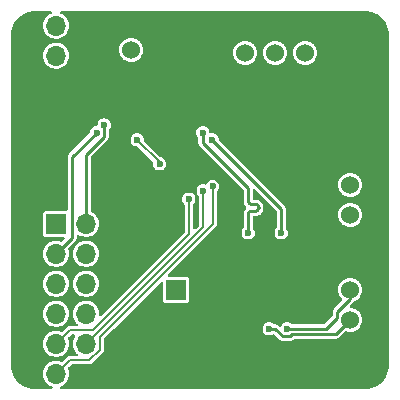
<source format=gbr>
%TF.GenerationSoftware,KiCad,Pcbnew,8.0.5*%
%TF.CreationDate,2024-10-31T22:43:36-05:00*%
%TF.ProjectId,STM_Breakout,53544d5f-4272-4656-916b-6f75742e6b69,rev?*%
%TF.SameCoordinates,Original*%
%TF.FileFunction,Copper,L2,Bot*%
%TF.FilePolarity,Positive*%
%FSLAX46Y46*%
G04 Gerber Fmt 4.6, Leading zero omitted, Abs format (unit mm)*
G04 Created by KiCad (PCBNEW 8.0.5) date 2024-10-31 22:43:36*
%MOMM*%
%LPD*%
G01*
G04 APERTURE LIST*
%TA.AperFunction,ComponentPad*%
%ADD10C,1.524000*%
%TD*%
%TA.AperFunction,ComponentPad*%
%ADD11R,1.700000X1.700000*%
%TD*%
%TA.AperFunction,ComponentPad*%
%ADD12O,1.700000X1.700000*%
%TD*%
%TA.AperFunction,ViaPad*%
%ADD13C,0.600000*%
%TD*%
%TA.AperFunction,Conductor*%
%ADD14C,0.200000*%
%TD*%
%TA.AperFunction,Conductor*%
%ADD15C,0.254000*%
%TD*%
G04 APERTURE END LIST*
D10*
%TO.P,Conn4,1*%
%TO.N,CANH*%
X95250000Y-69850000D03*
%TO.P,Conn4,2*%
%TO.N,CANL*%
X95250000Y-72390000D03*
%TD*%
D11*
%TO.P,JP2,1,A*%
%TO.N,/NRST*%
X80518000Y-69850000D03*
D12*
%TO.P,JP2,2,B*%
%TO.N,GND*%
X80518000Y-72390000D03*
%TD*%
D10*
%TO.P,Conn2,1*%
%TO.N,+5V*%
X76708000Y-49530000D03*
%TO.P,Conn2,2*%
%TO.N,GND*%
X79248000Y-49530000D03*
%TD*%
D11*
%TO.P,JP1,1,A*%
%TO.N,GND*%
X70358000Y-52563000D03*
D12*
%TO.P,JP1,2,C*%
%TO.N,/BOOT0*%
X70358000Y-50023000D03*
%TO.P,JP1,3,B*%
%TO.N,+3V3*%
X70358000Y-47483000D03*
%TD*%
D11*
%TO.P,J1,1,Pin_1*%
%TO.N,+3V3*%
X70358000Y-64262000D03*
D12*
%TO.P,J1,2,Pin_2*%
%TO.N,PF0*%
X72898000Y-64262000D03*
%TO.P,J1,3,Pin_3*%
%TO.N,PF1*%
X70358000Y-66802000D03*
%TO.P,J1,4,Pin_4*%
%TO.N,PA0*%
X72898000Y-66802000D03*
%TO.P,J1,5,Pin_5*%
%TO.N,PA1*%
X70358000Y-69342000D03*
%TO.P,J1,6,Pin_6*%
%TO.N,PA2*%
X72898000Y-69342000D03*
%TO.P,J1,7,Pin_7*%
%TO.N,PA3*%
X70358000Y-71882000D03*
%TO.P,J1,8,Pin_8*%
%TO.N,PA4*%
X72898000Y-71882000D03*
%TO.P,J1,9,Pin_9*%
%TO.N,PA5*%
X70358000Y-74422000D03*
%TO.P,J1,10,Pin_10*%
%TO.N,PA6*%
X72898000Y-74422000D03*
%TO.P,J1,11,Pin_11*%
%TO.N,PA7*%
X70358000Y-76962000D03*
%TO.P,J1,12,Pin_12*%
%TO.N,GND*%
X72898000Y-76962000D03*
%TD*%
D10*
%TO.P,Conn1,1*%
%TO.N,+3V3*%
X86360000Y-49784000D03*
%TO.P,Conn1,2*%
%TO.N,SWCLK*%
X88900000Y-49784000D03*
%TO.P,Conn1,3*%
%TO.N,SWDIO*%
X91440000Y-49784000D03*
%TO.P,Conn1,4*%
%TO.N,GND*%
X93980000Y-49784000D03*
X93980000Y-49784000D03*
%TD*%
%TO.P,Conn3,1*%
%TO.N,CANH*%
X95250000Y-60960000D03*
%TO.P,Conn3,2*%
%TO.N,CANL*%
X95250000Y-63500000D03*
%TD*%
D13*
%TO.N,GND*%
X88900000Y-68580000D03*
X97790000Y-73660000D03*
X80010000Y-53340000D03*
X72390000Y-54610000D03*
X91440000Y-77470000D03*
X77470000Y-64770000D03*
X85090000Y-64770000D03*
X82550000Y-48260000D03*
X91440000Y-60960000D03*
X80391000Y-58547000D03*
X76200000Y-53340000D03*
X81280000Y-76200000D03*
X77470000Y-59690000D03*
X73660000Y-48260000D03*
X85090000Y-60960000D03*
X67310000Y-74930000D03*
X96520000Y-55880000D03*
X97790000Y-59690000D03*
X96520000Y-50800000D03*
X67310000Y-48260000D03*
X67310000Y-67310000D03*
X91440000Y-68580000D03*
X91440000Y-55880000D03*
%TO.N,/NRST*%
X79129000Y-59182000D03*
X77216000Y-57150000D03*
%TO.N,CANH*%
X89916000Y-73152000D03*
%TO.N,CANL*%
X88392000Y-73152000D03*
%TO.N,PF1*%
X73795000Y-56529144D03*
%TO.N,PA5*%
X81596356Y-62167644D03*
%TO.N,PA6*%
X82804000Y-61468000D03*
%TO.N,PF0*%
X74422000Y-55891000D03*
%TO.N,PA7*%
X83603735Y-61084265D03*
%TO.N,CAN_TX*%
X83566000Y-57150000D03*
X89408000Y-65024000D03*
%TO.N,CAN_RX*%
X82781000Y-56541000D03*
X86614000Y-65024000D03*
%TD*%
D14*
%TO.N,/NRST*%
X79129000Y-59063000D02*
X77216000Y-57150000D01*
X79129000Y-59182000D02*
X79129000Y-59063000D01*
D15*
%TO.N,CANH*%
X93218000Y-73152000D02*
X94161000Y-72209000D01*
X94161000Y-71701000D02*
X95250000Y-70612000D01*
X95250000Y-70612000D02*
X95250000Y-69850000D01*
X94161000Y-72209000D02*
X94161000Y-71701000D01*
X89916000Y-73152000D02*
X93218000Y-73152000D01*
%TO.N,CANL*%
X90175712Y-73779000D02*
X89527000Y-73779000D01*
X88900000Y-73152000D02*
X88392000Y-73152000D01*
X90348712Y-73606000D02*
X90175712Y-73779000D01*
X95250000Y-72390000D02*
X94034000Y-73606000D01*
X94034000Y-73606000D02*
X90348712Y-73606000D01*
X89527000Y-73779000D02*
X88900000Y-73152000D01*
%TO.N,PF1*%
X73795000Y-56529144D02*
X71721000Y-58603144D01*
X71721000Y-65439000D02*
X70358000Y-66802000D01*
X71721000Y-58603144D02*
X71721000Y-65439000D01*
D14*
%TO.N,PA5*%
X81596356Y-65157958D02*
X73482314Y-73272000D01*
X73482314Y-73272000D02*
X71508000Y-73272000D01*
X71508000Y-73272000D02*
X70358000Y-74422000D01*
X81596356Y-62167644D02*
X81596356Y-65157958D01*
%TO.N,PA6*%
X82804000Y-61468000D02*
X82804000Y-64516000D01*
X82804000Y-64516000D02*
X72898000Y-74422000D01*
D15*
%TO.N,PF0*%
X74422000Y-55891000D02*
X74422000Y-56896000D01*
X72898000Y-58420000D02*
X72898000Y-64262000D01*
X74422000Y-56896000D02*
X72898000Y-58420000D01*
D14*
%TO.N,PA7*%
X83603735Y-64281951D02*
X74048000Y-73837686D01*
X71508000Y-75812000D02*
X70358000Y-76962000D01*
X83603735Y-61084265D02*
X83603735Y-64281951D01*
X74048000Y-73837686D02*
X74048000Y-74898346D01*
X74048000Y-74898346D02*
X73134346Y-75812000D01*
X73134346Y-75812000D02*
X71508000Y-75812000D01*
D15*
%TO.N,CAN_TX*%
X83566000Y-57150000D02*
X89408000Y-62992000D01*
X89408000Y-62992000D02*
X89408000Y-65024000D01*
%TO.N,CAN_RX*%
X86614000Y-61214000D02*
X86614000Y-62350233D01*
X87512248Y-62830233D02*
X87512248Y-62950233D01*
X82781000Y-57381000D02*
X86614000Y-61214000D01*
X86854000Y-62590233D02*
X87272248Y-62590233D01*
X86614000Y-63430233D02*
X86614000Y-63550233D01*
X82781000Y-56541000D02*
X82781000Y-57381000D01*
X86614000Y-63550233D02*
X86614000Y-65024000D01*
X87272248Y-63190233D02*
X86854000Y-63190233D01*
X87272248Y-62590233D02*
G75*
G02*
X87512167Y-62830233I-48J-239967D01*
G01*
X87512248Y-62950233D02*
G75*
G02*
X87272248Y-63190248I-240048J33D01*
G01*
X86854000Y-63190233D02*
G75*
G03*
X86614033Y-63430233I0J-239967D01*
G01*
X86614000Y-62350233D02*
G75*
G03*
X86854000Y-62590200I240000J33D01*
G01*
%TD*%
%TA.AperFunction,Conductor*%
%TO.N,GND*%
G36*
X69963073Y-46240185D02*
G01*
X70008828Y-46292989D01*
X70018772Y-46362147D01*
X69989747Y-46425703D01*
X69940828Y-46460126D01*
X69863584Y-46490050D01*
X69863569Y-46490057D01*
X69689539Y-46597812D01*
X69689537Y-46597814D01*
X69538269Y-46735712D01*
X69414912Y-46899064D01*
X69323673Y-47082295D01*
X69267654Y-47279183D01*
X69248768Y-47482999D01*
X69248768Y-47483000D01*
X69267654Y-47686816D01*
X69267654Y-47686818D01*
X69267655Y-47686821D01*
X69295222Y-47783708D01*
X69323673Y-47883704D01*
X69414912Y-48066935D01*
X69538269Y-48230287D01*
X69689537Y-48368185D01*
X69689539Y-48368187D01*
X69863569Y-48475942D01*
X69863575Y-48475945D01*
X69904010Y-48491609D01*
X70054444Y-48549888D01*
X70255653Y-48587500D01*
X70255656Y-48587500D01*
X70460344Y-48587500D01*
X70460347Y-48587500D01*
X70661556Y-48549888D01*
X70852427Y-48475944D01*
X71026462Y-48368186D01*
X71177732Y-48230285D01*
X71301088Y-48066935D01*
X71392328Y-47883701D01*
X71448345Y-47686821D01*
X71467232Y-47483000D01*
X71448345Y-47279179D01*
X71392328Y-47082299D01*
X71301088Y-46899065D01*
X71177732Y-46735715D01*
X71177730Y-46735712D01*
X71026462Y-46597814D01*
X71026460Y-46597812D01*
X70852430Y-46490057D01*
X70852415Y-46490050D01*
X70775172Y-46460126D01*
X70719770Y-46417554D01*
X70696180Y-46351787D01*
X70711891Y-46283706D01*
X70761915Y-46234928D01*
X70819966Y-46220500D01*
X96454108Y-46220500D01*
X96515933Y-46220500D01*
X96524042Y-46220765D01*
X96546774Y-46222254D01*
X96778114Y-46237417D01*
X96794172Y-46239532D01*
X97039888Y-46288408D01*
X97055554Y-46292606D01*
X97206736Y-46343925D01*
X97292788Y-46373136D01*
X97307765Y-46379339D01*
X97525336Y-46486633D01*
X97532460Y-46490146D01*
X97546508Y-46498256D01*
X97754815Y-46637443D01*
X97767679Y-46647314D01*
X97956033Y-46812497D01*
X97967502Y-46823966D01*
X98132685Y-47012320D01*
X98142559Y-47025188D01*
X98281743Y-47233492D01*
X98289853Y-47247539D01*
X98400657Y-47472227D01*
X98406864Y-47487213D01*
X98487393Y-47724445D01*
X98491591Y-47740111D01*
X98540465Y-47985813D01*
X98542583Y-48001895D01*
X98559235Y-48255956D01*
X98559500Y-48264066D01*
X98559500Y-76195933D01*
X98559235Y-76204043D01*
X98542583Y-76458104D01*
X98540465Y-76474186D01*
X98491591Y-76719888D01*
X98487393Y-76735554D01*
X98406864Y-76972786D01*
X98400657Y-76987772D01*
X98289853Y-77212460D01*
X98281743Y-77226507D01*
X98142559Y-77434811D01*
X98132685Y-77447679D01*
X97967502Y-77636033D01*
X97956033Y-77647502D01*
X97767679Y-77812685D01*
X97754811Y-77822559D01*
X97546507Y-77961743D01*
X97532460Y-77969853D01*
X97307772Y-78080657D01*
X97292786Y-78086864D01*
X97055554Y-78167393D01*
X97039888Y-78171591D01*
X96794186Y-78220465D01*
X96778104Y-78222583D01*
X96524043Y-78239235D01*
X96515933Y-78239500D01*
X70781246Y-78239500D01*
X70714207Y-78219815D01*
X70668452Y-78167011D01*
X70658508Y-78097853D01*
X70687533Y-78034297D01*
X70736452Y-77999873D01*
X70852427Y-77954944D01*
X71026462Y-77847186D01*
X71177732Y-77709285D01*
X71301088Y-77545935D01*
X71392328Y-77362701D01*
X71448345Y-77165821D01*
X71467232Y-76962000D01*
X71448345Y-76758179D01*
X71392328Y-76561299D01*
X71388121Y-76552851D01*
X71375859Y-76484068D01*
X71402731Y-76419572D01*
X71411420Y-76409918D01*
X71618521Y-76202816D01*
X71679843Y-76169334D01*
X71706201Y-76166500D01*
X73181015Y-76166500D01*
X73181017Y-76166500D01*
X73271178Y-76142341D01*
X73352014Y-76095671D01*
X74331671Y-75116014D01*
X74346327Y-75090629D01*
X74378341Y-75035178D01*
X74402500Y-74945017D01*
X74402500Y-74035886D01*
X74422185Y-73968847D01*
X74438814Y-73948210D01*
X75235026Y-73151998D01*
X87832715Y-73151998D01*
X87832715Y-73152001D01*
X87851771Y-73296752D01*
X87851773Y-73296757D01*
X87907642Y-73431638D01*
X87907645Y-73431644D01*
X87996525Y-73547473D01*
X87996526Y-73547474D01*
X88112355Y-73636354D01*
X88112361Y-73636357D01*
X88176244Y-73662818D01*
X88247246Y-73692228D01*
X88298602Y-73698989D01*
X88391999Y-73711285D01*
X88392000Y-73711285D01*
X88392001Y-73711285D01*
X88485398Y-73698989D01*
X88536754Y-73692228D01*
X88671643Y-73636355D01*
X88683364Y-73627360D01*
X88748532Y-73602166D01*
X88816977Y-73616203D01*
X88846532Y-73638055D01*
X89292753Y-74084276D01*
X89379747Y-74134502D01*
X89476775Y-74160500D01*
X89476777Y-74160500D01*
X90225934Y-74160500D01*
X90225937Y-74160500D01*
X90322966Y-74134501D01*
X90409959Y-74084276D01*
X90470416Y-74023819D01*
X90531739Y-73990334D01*
X90558097Y-73987500D01*
X94084222Y-73987500D01*
X94084225Y-73987500D01*
X94181254Y-73961501D01*
X94268247Y-73911276D01*
X94339276Y-73840247D01*
X94796389Y-73383132D01*
X94857710Y-73349649D01*
X94920063Y-73352154D01*
X95050731Y-73391792D01*
X95250000Y-73411418D01*
X95449269Y-73391792D01*
X95640880Y-73333667D01*
X95817469Y-73239278D01*
X95972252Y-73112252D01*
X96099278Y-72957469D01*
X96193667Y-72780880D01*
X96251792Y-72589269D01*
X96271418Y-72390000D01*
X96251792Y-72190731D01*
X96193667Y-71999120D01*
X96131065Y-71882000D01*
X96099281Y-71822536D01*
X96099280Y-71822534D01*
X96099278Y-71822531D01*
X95980816Y-71678183D01*
X95972252Y-71667747D01*
X95891801Y-71601724D01*
X95817469Y-71540722D01*
X95817465Y-71540720D01*
X95817463Y-71540718D01*
X95640881Y-71446333D01*
X95449271Y-71388208D01*
X95313313Y-71374817D01*
X95248526Y-71348656D01*
X95208168Y-71291621D01*
X95205051Y-71221821D01*
X95237785Y-71163735D01*
X95484244Y-70917277D01*
X95484247Y-70917276D01*
X95555276Y-70846247D01*
X95555278Y-70846242D01*
X95557633Y-70843175D01*
X95560283Y-70841239D01*
X95561024Y-70840499D01*
X95561139Y-70840614D01*
X95614059Y-70801969D01*
X95620020Y-70799995D01*
X95631351Y-70796557D01*
X95640880Y-70793667D01*
X95817469Y-70699278D01*
X95972252Y-70572252D01*
X96099278Y-70417469D01*
X96193667Y-70240880D01*
X96251792Y-70049269D01*
X96271418Y-69850000D01*
X96251792Y-69650731D01*
X96193667Y-69459120D01*
X96131065Y-69342000D01*
X96099281Y-69282536D01*
X96099280Y-69282534D01*
X96099278Y-69282531D01*
X95996015Y-69156703D01*
X95972252Y-69127747D01*
X95891801Y-69061724D01*
X95817469Y-69000722D01*
X95817465Y-69000720D01*
X95817463Y-69000718D01*
X95640881Y-68906333D01*
X95449271Y-68848208D01*
X95250000Y-68828582D01*
X95050728Y-68848208D01*
X94859118Y-68906333D01*
X94682536Y-69000718D01*
X94527747Y-69127747D01*
X94400718Y-69282536D01*
X94306333Y-69459118D01*
X94248208Y-69650728D01*
X94228582Y-69850000D01*
X94248208Y-70049271D01*
X94306333Y-70240881D01*
X94400718Y-70417463D01*
X94400720Y-70417465D01*
X94400722Y-70417469D01*
X94527748Y-70572252D01*
X94544183Y-70585740D01*
X94583518Y-70643483D01*
X94585391Y-70713327D01*
X94553201Y-70769275D01*
X93909311Y-71413164D01*
X93909312Y-71413165D01*
X93855722Y-71466754D01*
X93805499Y-71553745D01*
X93805499Y-71553746D01*
X93779500Y-71650775D01*
X93779500Y-71650777D01*
X93779500Y-71999615D01*
X93759815Y-72066654D01*
X93743181Y-72087296D01*
X93096296Y-72734181D01*
X93034973Y-72767666D01*
X93008615Y-72770500D01*
X90371777Y-72770500D01*
X90304738Y-72750815D01*
X90296290Y-72744875D01*
X90195644Y-72667645D01*
X90195638Y-72667642D01*
X90060757Y-72611773D01*
X90060752Y-72611771D01*
X89916001Y-72592715D01*
X89915999Y-72592715D01*
X89771247Y-72611771D01*
X89771245Y-72611772D01*
X89636361Y-72667643D01*
X89636358Y-72667644D01*
X89636358Y-72667645D01*
X89520526Y-72756526D01*
X89451316Y-72846723D01*
X89431643Y-72872361D01*
X89423063Y-72893074D01*
X89379220Y-72947476D01*
X89312925Y-72969539D01*
X89245226Y-72952258D01*
X89220822Y-72933299D01*
X89134248Y-72846725D01*
X89134247Y-72846724D01*
X89047254Y-72796499D01*
X89047255Y-72796499D01*
X89021219Y-72789523D01*
X88950225Y-72770500D01*
X88950222Y-72770500D01*
X88847777Y-72770500D01*
X88780738Y-72750815D01*
X88772290Y-72744875D01*
X88671644Y-72667645D01*
X88671638Y-72667642D01*
X88536757Y-72611773D01*
X88536752Y-72611771D01*
X88392001Y-72592715D01*
X88391999Y-72592715D01*
X88247247Y-72611771D01*
X88247245Y-72611772D01*
X88112361Y-72667643D01*
X88112358Y-72667644D01*
X88112358Y-72667645D01*
X87996526Y-72756526D01*
X87927316Y-72846723D01*
X87907643Y-72872361D01*
X87851772Y-73007245D01*
X87851771Y-73007247D01*
X87832715Y-73151998D01*
X75235026Y-73151998D01*
X79201821Y-69185202D01*
X79263142Y-69151719D01*
X79332834Y-69156703D01*
X79388767Y-69198575D01*
X79413184Y-69264039D01*
X79413500Y-69272885D01*
X79413500Y-70725063D01*
X79428266Y-70799301D01*
X79484515Y-70883484D01*
X79492856Y-70889057D01*
X79568699Y-70939734D01*
X79568702Y-70939734D01*
X79568703Y-70939735D01*
X79593666Y-70944700D01*
X79642933Y-70954500D01*
X81393066Y-70954499D01*
X81467301Y-70939734D01*
X81551484Y-70883484D01*
X81607734Y-70799301D01*
X81622500Y-70725067D01*
X81622499Y-68974934D01*
X81607734Y-68900699D01*
X81572660Y-68848208D01*
X81551484Y-68816515D01*
X81501019Y-68782796D01*
X81467301Y-68760266D01*
X81467299Y-68760265D01*
X81467296Y-68760264D01*
X81393071Y-68745500D01*
X79940885Y-68745500D01*
X79873846Y-68725815D01*
X79828091Y-68673011D01*
X79818147Y-68603853D01*
X79847172Y-68540297D01*
X79853189Y-68533834D01*
X83887406Y-64499619D01*
X83934076Y-64418783D01*
X83958235Y-64328622D01*
X83958235Y-64235280D01*
X83958235Y-61572076D01*
X83977920Y-61505037D01*
X83994554Y-61484395D01*
X83999204Y-61479744D01*
X83999206Y-61479741D01*
X83999209Y-61479739D01*
X84088090Y-61363908D01*
X84143963Y-61229019D01*
X84163020Y-61084265D01*
X84143963Y-60939511D01*
X84088090Y-60804623D01*
X83999209Y-60688791D01*
X83883378Y-60599910D01*
X83883375Y-60599909D01*
X83883373Y-60599907D01*
X83748492Y-60544038D01*
X83748487Y-60544036D01*
X83603736Y-60524980D01*
X83603734Y-60524980D01*
X83458982Y-60544036D01*
X83458980Y-60544037D01*
X83324096Y-60599908D01*
X83208261Y-60688791D01*
X83119377Y-60804626D01*
X83119376Y-60804629D01*
X83098033Y-60856155D01*
X83054192Y-60910558D01*
X82987897Y-60932622D01*
X82951380Y-60928476D01*
X82948752Y-60927771D01*
X82804001Y-60908715D01*
X82803999Y-60908715D01*
X82659247Y-60927771D01*
X82659245Y-60927772D01*
X82524361Y-60983643D01*
X82408526Y-61072526D01*
X82319643Y-61188361D01*
X82263772Y-61323245D01*
X82263771Y-61323247D01*
X82244715Y-61467998D01*
X82244715Y-61468001D01*
X82263771Y-61612752D01*
X82263773Y-61612757D01*
X82319642Y-61747638D01*
X82319642Y-61747639D01*
X82319644Y-61747642D01*
X82319645Y-61747643D01*
X82358764Y-61798624D01*
X82408530Y-61863479D01*
X82413181Y-61868130D01*
X82446666Y-61929453D01*
X82449500Y-61955811D01*
X82449500Y-64317799D01*
X82429815Y-64384838D01*
X82413181Y-64405480D01*
X82162537Y-64656124D01*
X82101214Y-64689609D01*
X82031522Y-64684625D01*
X81975589Y-64642753D01*
X81951172Y-64577289D01*
X81950856Y-64568443D01*
X81950856Y-62655455D01*
X81970541Y-62588416D01*
X81987175Y-62567774D01*
X81991825Y-62563123D01*
X81991827Y-62563120D01*
X81991830Y-62563118D01*
X82080711Y-62447287D01*
X82136584Y-62312398D01*
X82155641Y-62167644D01*
X82136584Y-62022890D01*
X82080711Y-61888002D01*
X81991830Y-61772170D01*
X81875999Y-61683289D01*
X81875996Y-61683288D01*
X81875994Y-61683286D01*
X81741113Y-61627417D01*
X81741108Y-61627415D01*
X81596357Y-61608359D01*
X81596355Y-61608359D01*
X81451603Y-61627415D01*
X81451601Y-61627416D01*
X81316717Y-61683287D01*
X81316714Y-61683288D01*
X81316714Y-61683289D01*
X81200882Y-61772170D01*
X81127250Y-61868130D01*
X81111999Y-61888005D01*
X81056128Y-62022889D01*
X81056127Y-62022891D01*
X81037071Y-62167642D01*
X81037071Y-62167645D01*
X81056127Y-62312396D01*
X81056129Y-62312401D01*
X81111998Y-62447282D01*
X81111998Y-62447283D01*
X81200886Y-62563123D01*
X81205537Y-62567774D01*
X81239022Y-62629097D01*
X81241856Y-62655455D01*
X81241856Y-64959756D01*
X81222171Y-65026795D01*
X81205537Y-65047437D01*
X74212923Y-72040050D01*
X74151600Y-72073535D01*
X74081908Y-72068551D01*
X74025975Y-72026679D01*
X74001558Y-71961215D01*
X74001770Y-71940933D01*
X74007232Y-71882000D01*
X73988345Y-71678179D01*
X73932328Y-71481299D01*
X73841088Y-71298065D01*
X73781904Y-71219693D01*
X73717730Y-71134712D01*
X73566462Y-70996814D01*
X73566460Y-70996812D01*
X73392430Y-70889057D01*
X73392424Y-70889054D01*
X73241993Y-70830777D01*
X73201556Y-70815112D01*
X73000347Y-70777500D01*
X72795653Y-70777500D01*
X72594444Y-70815112D01*
X72594441Y-70815112D01*
X72594441Y-70815113D01*
X72403575Y-70889054D01*
X72403569Y-70889057D01*
X72229539Y-70996812D01*
X72229537Y-70996814D01*
X72078269Y-71134712D01*
X71954912Y-71298064D01*
X71863673Y-71481295D01*
X71807654Y-71678183D01*
X71788768Y-71881999D01*
X71788768Y-71882000D01*
X71807654Y-72085816D01*
X71807654Y-72085818D01*
X71807655Y-72085821D01*
X71863672Y-72282701D01*
X71863673Y-72282704D01*
X71954912Y-72465935D01*
X72078269Y-72629287D01*
X72157882Y-72701863D01*
X72194164Y-72761574D01*
X72192403Y-72831421D01*
X72153160Y-72889229D01*
X72088893Y-72916644D01*
X72074344Y-72917500D01*
X71461329Y-72917500D01*
X71402367Y-72933299D01*
X71371167Y-72941659D01*
X71293500Y-72986500D01*
X71293499Y-72986499D01*
X71290335Y-72988326D01*
X71290330Y-72988330D01*
X70907524Y-73371135D01*
X70846201Y-73404620D01*
X70776509Y-73399636D01*
X70775087Y-73399094D01*
X70661556Y-73355112D01*
X70460347Y-73317500D01*
X70255653Y-73317500D01*
X70054444Y-73355112D01*
X70054441Y-73355112D01*
X70054441Y-73355113D01*
X69863575Y-73429054D01*
X69863569Y-73429057D01*
X69689539Y-73536812D01*
X69689537Y-73536814D01*
X69538269Y-73674712D01*
X69414912Y-73838064D01*
X69323673Y-74021295D01*
X69267654Y-74218183D01*
X69248768Y-74421999D01*
X69248768Y-74422000D01*
X69267654Y-74625816D01*
X69323673Y-74822704D01*
X69414912Y-75005935D01*
X69538269Y-75169287D01*
X69689537Y-75307185D01*
X69689539Y-75307187D01*
X69863569Y-75414942D01*
X69863575Y-75414945D01*
X69900447Y-75429229D01*
X70054444Y-75488888D01*
X70255653Y-75526500D01*
X70255656Y-75526500D01*
X70460344Y-75526500D01*
X70460347Y-75526500D01*
X70661556Y-75488888D01*
X70852427Y-75414944D01*
X71026462Y-75307186D01*
X71177732Y-75169285D01*
X71301088Y-75005935D01*
X71392328Y-74822701D01*
X71448345Y-74625821D01*
X71467232Y-74422000D01*
X71448345Y-74218179D01*
X71392328Y-74021299D01*
X71388121Y-74012851D01*
X71375859Y-73944068D01*
X71402731Y-73879572D01*
X71411420Y-73869918D01*
X71618521Y-73662816D01*
X71679843Y-73629334D01*
X71706201Y-73626500D01*
X71865653Y-73626500D01*
X71932692Y-73646185D01*
X71978447Y-73698989D01*
X71988391Y-73768147D01*
X71964606Y-73825228D01*
X71954912Y-73838063D01*
X71863673Y-74021295D01*
X71807654Y-74218183D01*
X71788768Y-74421999D01*
X71788768Y-74422000D01*
X71807654Y-74625816D01*
X71863673Y-74822704D01*
X71954912Y-75005935D01*
X72078269Y-75169287D01*
X72157882Y-75241863D01*
X72194164Y-75301574D01*
X72192403Y-75371421D01*
X72153160Y-75429229D01*
X72088893Y-75456644D01*
X72074344Y-75457500D01*
X71461329Y-75457500D01*
X71401221Y-75473606D01*
X71371167Y-75481659D01*
X71293500Y-75526500D01*
X71293499Y-75526499D01*
X71290335Y-75528326D01*
X71290330Y-75528330D01*
X70907524Y-75911135D01*
X70846201Y-75944620D01*
X70776509Y-75939636D01*
X70775087Y-75939094D01*
X70661556Y-75895112D01*
X70460347Y-75857500D01*
X70255653Y-75857500D01*
X70054444Y-75895112D01*
X70054441Y-75895112D01*
X70054441Y-75895113D01*
X69863575Y-75969054D01*
X69863569Y-75969057D01*
X69689539Y-76076812D01*
X69689537Y-76076814D01*
X69538269Y-76214712D01*
X69414912Y-76378064D01*
X69323673Y-76561295D01*
X69267654Y-76758183D01*
X69248768Y-76961999D01*
X69248768Y-76962000D01*
X69267654Y-77165816D01*
X69323673Y-77362704D01*
X69414912Y-77545935D01*
X69538269Y-77709287D01*
X69689537Y-77847185D01*
X69689539Y-77847187D01*
X69863569Y-77954942D01*
X69863575Y-77954945D01*
X69979548Y-77999873D01*
X70034950Y-78042446D01*
X70058540Y-78108213D01*
X70042829Y-78176293D01*
X69992805Y-78225072D01*
X69934754Y-78239500D01*
X68584067Y-78239500D01*
X68575957Y-78239235D01*
X68321895Y-78222583D01*
X68305814Y-78220465D01*
X68270770Y-78213494D01*
X68060111Y-78171591D01*
X68044445Y-78167393D01*
X67807213Y-78086864D01*
X67792227Y-78080657D01*
X67567539Y-77969853D01*
X67553492Y-77961743D01*
X67382045Y-77847186D01*
X67345186Y-77822558D01*
X67332320Y-77812685D01*
X67143966Y-77647502D01*
X67132497Y-77636033D01*
X66967314Y-77447679D01*
X66957440Y-77434811D01*
X66818256Y-77226507D01*
X66810146Y-77212460D01*
X66699464Y-76988019D01*
X66699339Y-76987765D01*
X66693135Y-76972786D01*
X66612606Y-76735554D01*
X66608408Y-76719888D01*
X66599736Y-76676292D01*
X66559532Y-76474172D01*
X66557417Y-76458114D01*
X66542254Y-76226774D01*
X66540765Y-76204042D01*
X66540500Y-76195933D01*
X66540500Y-71881999D01*
X69248768Y-71881999D01*
X69248768Y-71882000D01*
X69267654Y-72085816D01*
X69267654Y-72085818D01*
X69267655Y-72085821D01*
X69323672Y-72282701D01*
X69323673Y-72282704D01*
X69414912Y-72465935D01*
X69538269Y-72629287D01*
X69689537Y-72767185D01*
X69689539Y-72767187D01*
X69863569Y-72874942D01*
X69863575Y-72874945D01*
X69887070Y-72884047D01*
X70054444Y-72948888D01*
X70255653Y-72986500D01*
X70255656Y-72986500D01*
X70460344Y-72986500D01*
X70460347Y-72986500D01*
X70661556Y-72948888D01*
X70852427Y-72874944D01*
X71026462Y-72767186D01*
X71177732Y-72629285D01*
X71301088Y-72465935D01*
X71392328Y-72282701D01*
X71448345Y-72085821D01*
X71467232Y-71882000D01*
X71448345Y-71678179D01*
X71392328Y-71481299D01*
X71301088Y-71298065D01*
X71241904Y-71219693D01*
X71177730Y-71134712D01*
X71026462Y-70996814D01*
X71026460Y-70996812D01*
X70852430Y-70889057D01*
X70852424Y-70889054D01*
X70701993Y-70830777D01*
X70661556Y-70815112D01*
X70460347Y-70777500D01*
X70255653Y-70777500D01*
X70054444Y-70815112D01*
X70054441Y-70815112D01*
X70054441Y-70815113D01*
X69863575Y-70889054D01*
X69863569Y-70889057D01*
X69689539Y-70996812D01*
X69689537Y-70996814D01*
X69538269Y-71134712D01*
X69414912Y-71298064D01*
X69323673Y-71481295D01*
X69267654Y-71678183D01*
X69248768Y-71881999D01*
X66540500Y-71881999D01*
X66540500Y-69341999D01*
X69248768Y-69341999D01*
X69248768Y-69342000D01*
X69267654Y-69545816D01*
X69267654Y-69545818D01*
X69267655Y-69545821D01*
X69323672Y-69742701D01*
X69323673Y-69742704D01*
X69414912Y-69925935D01*
X69538269Y-70089287D01*
X69689537Y-70227185D01*
X69689539Y-70227187D01*
X69863569Y-70334942D01*
X69863575Y-70334945D01*
X69904010Y-70350609D01*
X70054444Y-70408888D01*
X70255653Y-70446500D01*
X70255656Y-70446500D01*
X70460344Y-70446500D01*
X70460347Y-70446500D01*
X70661556Y-70408888D01*
X70852427Y-70334944D01*
X71026462Y-70227186D01*
X71177732Y-70089285D01*
X71301088Y-69925935D01*
X71392328Y-69742701D01*
X71448345Y-69545821D01*
X71467232Y-69342000D01*
X71467232Y-69341999D01*
X71788768Y-69341999D01*
X71788768Y-69342000D01*
X71807654Y-69545816D01*
X71807654Y-69545818D01*
X71807655Y-69545821D01*
X71863672Y-69742701D01*
X71863673Y-69742704D01*
X71954912Y-69925935D01*
X72078269Y-70089287D01*
X72229537Y-70227185D01*
X72229539Y-70227187D01*
X72403569Y-70334942D01*
X72403575Y-70334945D01*
X72444010Y-70350609D01*
X72594444Y-70408888D01*
X72795653Y-70446500D01*
X72795656Y-70446500D01*
X73000344Y-70446500D01*
X73000347Y-70446500D01*
X73201556Y-70408888D01*
X73392427Y-70334944D01*
X73566462Y-70227186D01*
X73717732Y-70089285D01*
X73841088Y-69925935D01*
X73932328Y-69742701D01*
X73988345Y-69545821D01*
X74007232Y-69342000D01*
X73988345Y-69138179D01*
X73932328Y-68941299D01*
X73841088Y-68758065D01*
X73717732Y-68594715D01*
X73717730Y-68594712D01*
X73566462Y-68456814D01*
X73566460Y-68456812D01*
X73392430Y-68349057D01*
X73392424Y-68349054D01*
X73241993Y-68290777D01*
X73201556Y-68275112D01*
X73000347Y-68237500D01*
X72795653Y-68237500D01*
X72594444Y-68275112D01*
X72594441Y-68275112D01*
X72594441Y-68275113D01*
X72403575Y-68349054D01*
X72403569Y-68349057D01*
X72229539Y-68456812D01*
X72229537Y-68456814D01*
X72078269Y-68594712D01*
X71954912Y-68758064D01*
X71863673Y-68941295D01*
X71807654Y-69138183D01*
X71788768Y-69341999D01*
X71467232Y-69341999D01*
X71448345Y-69138179D01*
X71392328Y-68941299D01*
X71301088Y-68758065D01*
X71177732Y-68594715D01*
X71177730Y-68594712D01*
X71026462Y-68456814D01*
X71026460Y-68456812D01*
X70852430Y-68349057D01*
X70852424Y-68349054D01*
X70701993Y-68290777D01*
X70661556Y-68275112D01*
X70460347Y-68237500D01*
X70255653Y-68237500D01*
X70054444Y-68275112D01*
X70054441Y-68275112D01*
X70054441Y-68275113D01*
X69863575Y-68349054D01*
X69863569Y-68349057D01*
X69689539Y-68456812D01*
X69689537Y-68456814D01*
X69538269Y-68594712D01*
X69414912Y-68758064D01*
X69323673Y-68941295D01*
X69267654Y-69138183D01*
X69248768Y-69341999D01*
X66540500Y-69341999D01*
X66540500Y-66801999D01*
X69248768Y-66801999D01*
X69248768Y-66802000D01*
X69267654Y-67005816D01*
X69323673Y-67202704D01*
X69414912Y-67385935D01*
X69538269Y-67549287D01*
X69689537Y-67687185D01*
X69689539Y-67687187D01*
X69863569Y-67794942D01*
X69863575Y-67794945D01*
X69904010Y-67810609D01*
X70054444Y-67868888D01*
X70255653Y-67906500D01*
X70255656Y-67906500D01*
X70460344Y-67906500D01*
X70460347Y-67906500D01*
X70661556Y-67868888D01*
X70852427Y-67794944D01*
X71026462Y-67687186D01*
X71177732Y-67549285D01*
X71301088Y-67385935D01*
X71392328Y-67202701D01*
X71448345Y-67005821D01*
X71467232Y-66802000D01*
X71467232Y-66801999D01*
X71788768Y-66801999D01*
X71788768Y-66802000D01*
X71807654Y-67005816D01*
X71863673Y-67202704D01*
X71954912Y-67385935D01*
X72078269Y-67549287D01*
X72229537Y-67687185D01*
X72229539Y-67687187D01*
X72403569Y-67794942D01*
X72403575Y-67794945D01*
X72444010Y-67810609D01*
X72594444Y-67868888D01*
X72795653Y-67906500D01*
X72795656Y-67906500D01*
X73000344Y-67906500D01*
X73000347Y-67906500D01*
X73201556Y-67868888D01*
X73392427Y-67794944D01*
X73566462Y-67687186D01*
X73717732Y-67549285D01*
X73841088Y-67385935D01*
X73932328Y-67202701D01*
X73988345Y-67005821D01*
X74007232Y-66802000D01*
X73988345Y-66598179D01*
X73932328Y-66401299D01*
X73841088Y-66218065D01*
X73717732Y-66054715D01*
X73717730Y-66054712D01*
X73566462Y-65916814D01*
X73566460Y-65916812D01*
X73392430Y-65809057D01*
X73392424Y-65809054D01*
X73215389Y-65740471D01*
X73201556Y-65735112D01*
X73000347Y-65697500D01*
X72795653Y-65697500D01*
X72594444Y-65735112D01*
X72594441Y-65735112D01*
X72594441Y-65735113D01*
X72403575Y-65809054D01*
X72403569Y-65809057D01*
X72229539Y-65916812D01*
X72229537Y-65916814D01*
X72078269Y-66054712D01*
X71954912Y-66218064D01*
X71863673Y-66401295D01*
X71807654Y-66598183D01*
X71788768Y-66801999D01*
X71467232Y-66801999D01*
X71448345Y-66598179D01*
X71392328Y-66401299D01*
X71392327Y-66401297D01*
X71391425Y-66398126D01*
X71392013Y-66328259D01*
X71423011Y-66276511D01*
X71644810Y-66054712D01*
X72026276Y-65673247D01*
X72076501Y-65586254D01*
X72102500Y-65489225D01*
X72102500Y-65291150D01*
X72122185Y-65224111D01*
X72174989Y-65178356D01*
X72244147Y-65168412D01*
X72291776Y-65185722D01*
X72403573Y-65254944D01*
X72403574Y-65254944D01*
X72403575Y-65254945D01*
X72444010Y-65270609D01*
X72594444Y-65328888D01*
X72795653Y-65366500D01*
X72795656Y-65366500D01*
X73000344Y-65366500D01*
X73000347Y-65366500D01*
X73201556Y-65328888D01*
X73392427Y-65254944D01*
X73566462Y-65147186D01*
X73717732Y-65009285D01*
X73841088Y-64845935D01*
X73932328Y-64662701D01*
X73988345Y-64465821D01*
X74007232Y-64262000D01*
X73988345Y-64058179D01*
X73932328Y-63861299D01*
X73841088Y-63678065D01*
X73760798Y-63571744D01*
X73717730Y-63514712D01*
X73566463Y-63376815D01*
X73566462Y-63376814D01*
X73500186Y-63335777D01*
X73392428Y-63269056D01*
X73392426Y-63269055D01*
X73358703Y-63255990D01*
X73303302Y-63213416D01*
X73279714Y-63147648D01*
X73279500Y-63140365D01*
X73279500Y-58629383D01*
X73299185Y-58562344D01*
X73315814Y-58541707D01*
X74646037Y-57211483D01*
X74646042Y-57211480D01*
X74656245Y-57201276D01*
X74656247Y-57201276D01*
X74707525Y-57149998D01*
X76656715Y-57149998D01*
X76656715Y-57150001D01*
X76675771Y-57294752D01*
X76675773Y-57294757D01*
X76731642Y-57429638D01*
X76731645Y-57429644D01*
X76820525Y-57545473D01*
X76820526Y-57545474D01*
X76936355Y-57634354D01*
X76936361Y-57634357D01*
X77003801Y-57662291D01*
X77071246Y-57690228D01*
X77143623Y-57699756D01*
X77215999Y-57709285D01*
X77222584Y-57709285D01*
X77289623Y-57728970D01*
X77310265Y-57745604D01*
X78547060Y-58982399D01*
X78580545Y-59043722D01*
X78582318Y-59086265D01*
X78569715Y-59181998D01*
X78569715Y-59182001D01*
X78588771Y-59326752D01*
X78588773Y-59326757D01*
X78644642Y-59461638D01*
X78644645Y-59461644D01*
X78733525Y-59577473D01*
X78733526Y-59577474D01*
X78849355Y-59666354D01*
X78849361Y-59666357D01*
X78916801Y-59694291D01*
X78984246Y-59722228D01*
X79056623Y-59731756D01*
X79128999Y-59741285D01*
X79129000Y-59741285D01*
X79129001Y-59741285D01*
X79177251Y-59734932D01*
X79273754Y-59722228D01*
X79408643Y-59666355D01*
X79524474Y-59577474D01*
X79613355Y-59461643D01*
X79669228Y-59326754D01*
X79688285Y-59182000D01*
X79669228Y-59037246D01*
X79613355Y-58902358D01*
X79524474Y-58786526D01*
X79408643Y-58697645D01*
X79408640Y-58697644D01*
X79408638Y-58697642D01*
X79273757Y-58641773D01*
X79273755Y-58641772D01*
X79273754Y-58641772D01*
X79241040Y-58637465D01*
X79177144Y-58609198D01*
X79169546Y-58602207D01*
X77811604Y-57244265D01*
X77778119Y-57182942D01*
X77775285Y-57156584D01*
X77775285Y-57149998D01*
X77756228Y-57005247D01*
X77756228Y-57005246D01*
X77700355Y-56870358D01*
X77611474Y-56754526D01*
X77495643Y-56665645D01*
X77495640Y-56665644D01*
X77495638Y-56665642D01*
X77360757Y-56609773D01*
X77360752Y-56609771D01*
X77216001Y-56590715D01*
X77215999Y-56590715D01*
X77071247Y-56609771D01*
X77071245Y-56609772D01*
X76936361Y-56665643D01*
X76936358Y-56665644D01*
X76936358Y-56665645D01*
X76820526Y-56754526D01*
X76769797Y-56820638D01*
X76731643Y-56870361D01*
X76675772Y-57005245D01*
X76675771Y-57005247D01*
X76656715Y-57149998D01*
X74707525Y-57149998D01*
X74727276Y-57130247D01*
X74777501Y-57043254D01*
X74803500Y-56946225D01*
X74803500Y-56540998D01*
X82221715Y-56540998D01*
X82221715Y-56541001D01*
X82240771Y-56685752D01*
X82240773Y-56685757D01*
X82296642Y-56820638D01*
X82296645Y-56820644D01*
X82373875Y-56921290D01*
X82399070Y-56986459D01*
X82399500Y-56996777D01*
X82399500Y-57431225D01*
X82425499Y-57528254D01*
X82431989Y-57539495D01*
X82431990Y-57539498D01*
X82431991Y-57539498D01*
X82475723Y-57615245D01*
X82475725Y-57615248D01*
X86196181Y-61335704D01*
X86229666Y-61397027D01*
X86232500Y-61423385D01*
X86232500Y-62286576D01*
X86232492Y-62286690D01*
X86232493Y-62298890D01*
X86232460Y-62299002D01*
X86232476Y-62420304D01*
X86232476Y-62420312D01*
X86263654Y-62556840D01*
X86268921Y-62567774D01*
X86324432Y-62683015D01*
X86411759Y-62792502D01*
X86411760Y-62792503D01*
X86411761Y-62792504D01*
X86412732Y-62793278D01*
X86413194Y-62793936D01*
X86416685Y-62797427D01*
X86416073Y-62798038D01*
X86452873Y-62850466D01*
X86455725Y-62920278D01*
X86420380Y-62980548D01*
X86412750Y-62987161D01*
X86411729Y-62987975D01*
X86411718Y-62987986D01*
X86324402Y-63097493D01*
X86263643Y-63223692D01*
X86263642Y-63223696D01*
X86232491Y-63360248D01*
X86232490Y-63360255D01*
X86232500Y-63430181D01*
X86232500Y-64568222D01*
X86212815Y-64635261D01*
X86206876Y-64643708D01*
X86129645Y-64744357D01*
X86129643Y-64744360D01*
X86073772Y-64879245D01*
X86073771Y-64879247D01*
X86054715Y-65023998D01*
X86054715Y-65024001D01*
X86073771Y-65168752D01*
X86073773Y-65168757D01*
X86129642Y-65303638D01*
X86129645Y-65303644D01*
X86218525Y-65419473D01*
X86218526Y-65419474D01*
X86334355Y-65508354D01*
X86334361Y-65508357D01*
X86401801Y-65536291D01*
X86469246Y-65564228D01*
X86541623Y-65573756D01*
X86613999Y-65583285D01*
X86614000Y-65583285D01*
X86614001Y-65583285D01*
X86662251Y-65576932D01*
X86758754Y-65564228D01*
X86893643Y-65508355D01*
X87009474Y-65419474D01*
X87098355Y-65303643D01*
X87154228Y-65168754D01*
X87166932Y-65072251D01*
X87173285Y-65024001D01*
X87173285Y-65023998D01*
X87154228Y-64879247D01*
X87154228Y-64879246D01*
X87098355Y-64744358D01*
X87035700Y-64662704D01*
X87021124Y-64643708D01*
X86995930Y-64578539D01*
X86995500Y-64568222D01*
X86995500Y-63695733D01*
X87015185Y-63628694D01*
X87067989Y-63582939D01*
X87119500Y-63571733D01*
X87208429Y-63571733D01*
X87208607Y-63571745D01*
X87217471Y-63571743D01*
X87217473Y-63571744D01*
X87220934Y-63571743D01*
X87220980Y-63571756D01*
X87272324Y-63571747D01*
X87272324Y-63571748D01*
X87342341Y-63571736D01*
X87478859Y-63540555D01*
X87605018Y-63479783D01*
X87714496Y-63392468D01*
X87801804Y-63282985D01*
X87862568Y-63156822D01*
X87893740Y-63020302D01*
X87893741Y-63009132D01*
X87893748Y-63009035D01*
X87893748Y-62950181D01*
X87893750Y-62932531D01*
X87893755Y-62895434D01*
X87893754Y-62895430D01*
X87893755Y-62886690D01*
X87893748Y-62886576D01*
X87893748Y-62772414D01*
X87893675Y-62771302D01*
X87893677Y-62760266D01*
X87862535Y-62623733D01*
X87801794Y-62497552D01*
X87714498Y-62388051D01*
X87605026Y-62300719D01*
X87605022Y-62300717D01*
X87605019Y-62300715D01*
X87478869Y-62239936D01*
X87478867Y-62239935D01*
X87478866Y-62239935D01*
X87342344Y-62208747D01*
X87342339Y-62208746D01*
X87330727Y-62208744D01*
X87330555Y-62208733D01*
X87322473Y-62208733D01*
X87272324Y-62208733D01*
X87208607Y-62208720D01*
X87208429Y-62208733D01*
X87119500Y-62208733D01*
X87052461Y-62189048D01*
X87006706Y-62136244D01*
X86995500Y-62084733D01*
X86995500Y-61418385D01*
X87015185Y-61351346D01*
X87067989Y-61305591D01*
X87137147Y-61295647D01*
X87200703Y-61324672D01*
X87207181Y-61330704D01*
X88990181Y-63113704D01*
X89023666Y-63175027D01*
X89026500Y-63201385D01*
X89026500Y-64568222D01*
X89006815Y-64635261D01*
X89000876Y-64643708D01*
X88923645Y-64744357D01*
X88923643Y-64744360D01*
X88867772Y-64879245D01*
X88867771Y-64879247D01*
X88848715Y-65023998D01*
X88848715Y-65024001D01*
X88867771Y-65168752D01*
X88867773Y-65168757D01*
X88923642Y-65303638D01*
X88923645Y-65303644D01*
X89012525Y-65419473D01*
X89012526Y-65419474D01*
X89128355Y-65508354D01*
X89128361Y-65508357D01*
X89195801Y-65536291D01*
X89263246Y-65564228D01*
X89335623Y-65573756D01*
X89407999Y-65583285D01*
X89408000Y-65583285D01*
X89408001Y-65583285D01*
X89456251Y-65576932D01*
X89552754Y-65564228D01*
X89687643Y-65508355D01*
X89803474Y-65419474D01*
X89892355Y-65303643D01*
X89948228Y-65168754D01*
X89960932Y-65072251D01*
X89967285Y-65024001D01*
X89967285Y-65023998D01*
X89948228Y-64879247D01*
X89948228Y-64879246D01*
X89892355Y-64744358D01*
X89829700Y-64662704D01*
X89815124Y-64643708D01*
X89789930Y-64578539D01*
X89789500Y-64568222D01*
X89789500Y-63500000D01*
X94228582Y-63500000D01*
X94248208Y-63699271D01*
X94306333Y-63890881D01*
X94400718Y-64067463D01*
X94400720Y-64067465D01*
X94400722Y-64067469D01*
X94456235Y-64135112D01*
X94527747Y-64222252D01*
X94593770Y-64276434D01*
X94682531Y-64349278D01*
X94682534Y-64349280D01*
X94682536Y-64349281D01*
X94719729Y-64369161D01*
X94859120Y-64443667D01*
X95050731Y-64501792D01*
X95250000Y-64521418D01*
X95449269Y-64501792D01*
X95640880Y-64443667D01*
X95817469Y-64349278D01*
X95972252Y-64222252D01*
X96099278Y-64067469D01*
X96193667Y-63890880D01*
X96251792Y-63699269D01*
X96271418Y-63500000D01*
X96251792Y-63300731D01*
X96193667Y-63109120D01*
X96163250Y-63052214D01*
X96099281Y-62932536D01*
X96099280Y-62932534D01*
X96099278Y-62932531D01*
X96026434Y-62843770D01*
X95972252Y-62777747D01*
X95856818Y-62683015D01*
X95817469Y-62650722D01*
X95817465Y-62650720D01*
X95817463Y-62650718D01*
X95640881Y-62556333D01*
X95449271Y-62498208D01*
X95250000Y-62478582D01*
X95050728Y-62498208D01*
X94859118Y-62556333D01*
X94682536Y-62650718D01*
X94527747Y-62777747D01*
X94400718Y-62932536D01*
X94306333Y-63109118D01*
X94248208Y-63300728D01*
X94228582Y-63500000D01*
X89789500Y-63500000D01*
X89789500Y-63052227D01*
X89789501Y-63052214D01*
X89789501Y-62941777D01*
X89789501Y-62941775D01*
X89763502Y-62844747D01*
X89713276Y-62757753D01*
X87915523Y-60960000D01*
X94228582Y-60960000D01*
X94248208Y-61159271D01*
X94306333Y-61350881D01*
X94400718Y-61527463D01*
X94400720Y-61527465D01*
X94400722Y-61527469D01*
X94437330Y-61572076D01*
X94527747Y-61682252D01*
X94593770Y-61736434D01*
X94682531Y-61809278D01*
X94682534Y-61809280D01*
X94682536Y-61809281D01*
X94842744Y-61894914D01*
X94859120Y-61903667D01*
X95050731Y-61961792D01*
X95250000Y-61981418D01*
X95449269Y-61961792D01*
X95640880Y-61903667D01*
X95817469Y-61809278D01*
X95972252Y-61682252D01*
X96099278Y-61527469D01*
X96193667Y-61350880D01*
X96251792Y-61159269D01*
X96271418Y-60960000D01*
X96251792Y-60760731D01*
X96193667Y-60569120D01*
X96099278Y-60392531D01*
X96026434Y-60303770D01*
X95972252Y-60237747D01*
X95891801Y-60171724D01*
X95817469Y-60110722D01*
X95817465Y-60110720D01*
X95817463Y-60110718D01*
X95640881Y-60016333D01*
X95449271Y-59958208D01*
X95250000Y-59938582D01*
X95050728Y-59958208D01*
X94859118Y-60016333D01*
X94682536Y-60110718D01*
X94527747Y-60237747D01*
X94400718Y-60392536D01*
X94306333Y-60569118D01*
X94248208Y-60760728D01*
X94228582Y-60960000D01*
X87915523Y-60960000D01*
X84158044Y-57202521D01*
X84124559Y-57141198D01*
X84122789Y-57131042D01*
X84106228Y-57005246D01*
X84050355Y-56870358D01*
X83961474Y-56754526D01*
X83845643Y-56665645D01*
X83845640Y-56665644D01*
X83845638Y-56665642D01*
X83710757Y-56609773D01*
X83710752Y-56609771D01*
X83566001Y-56590715D01*
X83565999Y-56590715D01*
X83473502Y-56602892D01*
X83404466Y-56592126D01*
X83352211Y-56545746D01*
X83334379Y-56496140D01*
X83321228Y-56396246D01*
X83265355Y-56261358D01*
X83176474Y-56145526D01*
X83060643Y-56056645D01*
X83060640Y-56056644D01*
X83060638Y-56056642D01*
X82925757Y-56000773D01*
X82925752Y-56000771D01*
X82781001Y-55981715D01*
X82780999Y-55981715D01*
X82636247Y-56000771D01*
X82636245Y-56000772D01*
X82501361Y-56056643D01*
X82501358Y-56056644D01*
X82501358Y-56056645D01*
X82385526Y-56145526D01*
X82305743Y-56249502D01*
X82296643Y-56261361D01*
X82240772Y-56396245D01*
X82240771Y-56396247D01*
X82221715Y-56540998D01*
X74803500Y-56540998D01*
X74803500Y-56346777D01*
X74823185Y-56279738D01*
X74829125Y-56271290D01*
X74836746Y-56261358D01*
X74906355Y-56170643D01*
X74962228Y-56035754D01*
X74981285Y-55891000D01*
X74978236Y-55867844D01*
X74962228Y-55746247D01*
X74962228Y-55746246D01*
X74906355Y-55611358D01*
X74817474Y-55495526D01*
X74701643Y-55406645D01*
X74701640Y-55406644D01*
X74701638Y-55406642D01*
X74566757Y-55350773D01*
X74566752Y-55350771D01*
X74422001Y-55331715D01*
X74421999Y-55331715D01*
X74277247Y-55350771D01*
X74277245Y-55350772D01*
X74142361Y-55406643D01*
X74026526Y-55495526D01*
X73937643Y-55611361D01*
X73881772Y-55746245D01*
X73881772Y-55746246D01*
X73865763Y-55867844D01*
X73837496Y-55931740D01*
X73779172Y-55970211D01*
X73759009Y-55974597D01*
X73650247Y-55988915D01*
X73650245Y-55988916D01*
X73515361Y-56044787D01*
X73515358Y-56044788D01*
X73515358Y-56044789D01*
X73399526Y-56133670D01*
X73371160Y-56170638D01*
X73310643Y-56249505D01*
X73254772Y-56384389D01*
X73254772Y-56384391D01*
X73238212Y-56510170D01*
X73209945Y-56574067D01*
X73202954Y-56581665D01*
X71486753Y-58297868D01*
X71415725Y-58368895D01*
X71415723Y-58368898D01*
X71365499Y-58455889D01*
X71365499Y-58455890D01*
X71339500Y-58552919D01*
X71339500Y-58552921D01*
X71339500Y-63033500D01*
X71319815Y-63100539D01*
X71267011Y-63146294D01*
X71215500Y-63157500D01*
X69482936Y-63157500D01*
X69408698Y-63172266D01*
X69324515Y-63228515D01*
X69268266Y-63312699D01*
X69268264Y-63312703D01*
X69253500Y-63386928D01*
X69253500Y-65137063D01*
X69268266Y-65211301D01*
X69324515Y-65295484D01*
X69336728Y-65303644D01*
X69408699Y-65351734D01*
X69408702Y-65351734D01*
X69408703Y-65351735D01*
X69433666Y-65356700D01*
X69482933Y-65366500D01*
X70954614Y-65366499D01*
X71021653Y-65386184D01*
X71067408Y-65438987D01*
X71077352Y-65508146D01*
X71048327Y-65571702D01*
X71042295Y-65578180D01*
X70880004Y-65740471D01*
X70818681Y-65773956D01*
X70748989Y-65768972D01*
X70747530Y-65768417D01*
X70661561Y-65735113D01*
X70661556Y-65735112D01*
X70460347Y-65697500D01*
X70255653Y-65697500D01*
X70054444Y-65735112D01*
X70054441Y-65735112D01*
X70054441Y-65735113D01*
X69863575Y-65809054D01*
X69863569Y-65809057D01*
X69689539Y-65916812D01*
X69689537Y-65916814D01*
X69538269Y-66054712D01*
X69414912Y-66218064D01*
X69323673Y-66401295D01*
X69267654Y-66598183D01*
X69248768Y-66801999D01*
X66540500Y-66801999D01*
X66540500Y-50022999D01*
X69248768Y-50022999D01*
X69248768Y-50023000D01*
X69267654Y-50226816D01*
X69267654Y-50226818D01*
X69267655Y-50226821D01*
X69323672Y-50423701D01*
X69323673Y-50423704D01*
X69414912Y-50606935D01*
X69538269Y-50770287D01*
X69689537Y-50908185D01*
X69689539Y-50908187D01*
X69863569Y-51015942D01*
X69863575Y-51015945D01*
X69904010Y-51031609D01*
X70054444Y-51089888D01*
X70255653Y-51127500D01*
X70255656Y-51127500D01*
X70460344Y-51127500D01*
X70460347Y-51127500D01*
X70661556Y-51089888D01*
X70852427Y-51015944D01*
X71026462Y-50908186D01*
X71177732Y-50770285D01*
X71301088Y-50606935D01*
X71392328Y-50423701D01*
X71448345Y-50226821D01*
X71467232Y-50023000D01*
X71448345Y-49819179D01*
X71392328Y-49622299D01*
X71346368Y-49530000D01*
X75686582Y-49530000D01*
X75706208Y-49729271D01*
X75764333Y-49920881D01*
X75858718Y-50097463D01*
X75858720Y-50097465D01*
X75858722Y-50097469D01*
X75919724Y-50171801D01*
X75985747Y-50252252D01*
X76051770Y-50306434D01*
X76140531Y-50379278D01*
X76140534Y-50379280D01*
X76140536Y-50379281D01*
X76223640Y-50423701D01*
X76317120Y-50473667D01*
X76508731Y-50531792D01*
X76708000Y-50551418D01*
X76907269Y-50531792D01*
X77098880Y-50473667D01*
X77275469Y-50379278D01*
X77430252Y-50252252D01*
X77557278Y-50097469D01*
X77651667Y-49920880D01*
X77693189Y-49784000D01*
X85338582Y-49784000D01*
X85358208Y-49983271D01*
X85416333Y-50174881D01*
X85510718Y-50351463D01*
X85510720Y-50351465D01*
X85510722Y-50351469D01*
X85533547Y-50379281D01*
X85637747Y-50506252D01*
X85692782Y-50551417D01*
X85792531Y-50633278D01*
X85792534Y-50633280D01*
X85792536Y-50633281D01*
X85969118Y-50727666D01*
X85969120Y-50727667D01*
X86160731Y-50785792D01*
X86360000Y-50805418D01*
X86559269Y-50785792D01*
X86750880Y-50727667D01*
X86927469Y-50633278D01*
X87082252Y-50506252D01*
X87209278Y-50351469D01*
X87303667Y-50174880D01*
X87361792Y-49983269D01*
X87381418Y-49784000D01*
X87878582Y-49784000D01*
X87898208Y-49983271D01*
X87956333Y-50174881D01*
X88050718Y-50351463D01*
X88050720Y-50351465D01*
X88050722Y-50351469D01*
X88073547Y-50379281D01*
X88177747Y-50506252D01*
X88232782Y-50551417D01*
X88332531Y-50633278D01*
X88332534Y-50633280D01*
X88332536Y-50633281D01*
X88509118Y-50727666D01*
X88509120Y-50727667D01*
X88700731Y-50785792D01*
X88900000Y-50805418D01*
X89099269Y-50785792D01*
X89290880Y-50727667D01*
X89467469Y-50633278D01*
X89622252Y-50506252D01*
X89749278Y-50351469D01*
X89843667Y-50174880D01*
X89901792Y-49983269D01*
X89921418Y-49784000D01*
X90418582Y-49784000D01*
X90438208Y-49983271D01*
X90496333Y-50174881D01*
X90590718Y-50351463D01*
X90590720Y-50351465D01*
X90590722Y-50351469D01*
X90613547Y-50379281D01*
X90717747Y-50506252D01*
X90772782Y-50551417D01*
X90872531Y-50633278D01*
X90872534Y-50633280D01*
X90872536Y-50633281D01*
X91049118Y-50727666D01*
X91049120Y-50727667D01*
X91240731Y-50785792D01*
X91440000Y-50805418D01*
X91639269Y-50785792D01*
X91830880Y-50727667D01*
X92007469Y-50633278D01*
X92162252Y-50506252D01*
X92289278Y-50351469D01*
X92383667Y-50174880D01*
X92441792Y-49983269D01*
X92461418Y-49784000D01*
X92441792Y-49584731D01*
X92383667Y-49393120D01*
X92289278Y-49216531D01*
X92216434Y-49127770D01*
X92162252Y-49061747D01*
X92081801Y-48995724D01*
X92007469Y-48934722D01*
X92007465Y-48934720D01*
X92007463Y-48934718D01*
X91830881Y-48840333D01*
X91639271Y-48782208D01*
X91440000Y-48762582D01*
X91240728Y-48782208D01*
X91049118Y-48840333D01*
X90872536Y-48934718D01*
X90717747Y-49061747D01*
X90590718Y-49216536D01*
X90496333Y-49393118D01*
X90438208Y-49584728D01*
X90418582Y-49784000D01*
X89921418Y-49784000D01*
X89901792Y-49584731D01*
X89843667Y-49393120D01*
X89749278Y-49216531D01*
X89676434Y-49127770D01*
X89622252Y-49061747D01*
X89541801Y-48995724D01*
X89467469Y-48934722D01*
X89467465Y-48934720D01*
X89467463Y-48934718D01*
X89290881Y-48840333D01*
X89099271Y-48782208D01*
X88900000Y-48762582D01*
X88700728Y-48782208D01*
X88509118Y-48840333D01*
X88332536Y-48934718D01*
X88177747Y-49061747D01*
X88050718Y-49216536D01*
X87956333Y-49393118D01*
X87898208Y-49584728D01*
X87878582Y-49784000D01*
X87381418Y-49784000D01*
X87361792Y-49584731D01*
X87303667Y-49393120D01*
X87209278Y-49216531D01*
X87136434Y-49127770D01*
X87082252Y-49061747D01*
X87001801Y-48995724D01*
X86927469Y-48934722D01*
X86927465Y-48934720D01*
X86927463Y-48934718D01*
X86750881Y-48840333D01*
X86559271Y-48782208D01*
X86360000Y-48762582D01*
X86160728Y-48782208D01*
X85969118Y-48840333D01*
X85792536Y-48934718D01*
X85637747Y-49061747D01*
X85510718Y-49216536D01*
X85416333Y-49393118D01*
X85358208Y-49584728D01*
X85338582Y-49784000D01*
X77693189Y-49784000D01*
X77709792Y-49729269D01*
X77729418Y-49530000D01*
X77709792Y-49330731D01*
X77651667Y-49139120D01*
X77610310Y-49061747D01*
X77557281Y-48962536D01*
X77557280Y-48962534D01*
X77557278Y-48962531D01*
X77456994Y-48840333D01*
X77430252Y-48807747D01*
X77349801Y-48741724D01*
X77275469Y-48680722D01*
X77275465Y-48680720D01*
X77275463Y-48680718D01*
X77098881Y-48586333D01*
X76907271Y-48528208D01*
X76708000Y-48508582D01*
X76508728Y-48528208D01*
X76317118Y-48586333D01*
X76140536Y-48680718D01*
X75985747Y-48807747D01*
X75858718Y-48962536D01*
X75764333Y-49139118D01*
X75706208Y-49330728D01*
X75686582Y-49530000D01*
X71346368Y-49530000D01*
X71301088Y-49439065D01*
X71177732Y-49275715D01*
X71177730Y-49275712D01*
X71026462Y-49137814D01*
X71026460Y-49137812D01*
X70852430Y-49030057D01*
X70852424Y-49030054D01*
X70678125Y-48962531D01*
X70661556Y-48956112D01*
X70460347Y-48918500D01*
X70255653Y-48918500D01*
X70054444Y-48956112D01*
X70054441Y-48956112D01*
X70054441Y-48956113D01*
X69863575Y-49030054D01*
X69863569Y-49030057D01*
X69689539Y-49137812D01*
X69689537Y-49137814D01*
X69538269Y-49275712D01*
X69414912Y-49439064D01*
X69323673Y-49622295D01*
X69267654Y-49819183D01*
X69248768Y-50022999D01*
X66540500Y-50022999D01*
X66540500Y-48264066D01*
X66540765Y-48255957D01*
X66544819Y-48194108D01*
X66557417Y-48001883D01*
X66559531Y-47985829D01*
X66608409Y-47740107D01*
X66612606Y-47724445D01*
X66636197Y-47654945D01*
X66693138Y-47487205D01*
X66699336Y-47472239D01*
X66810149Y-47247533D01*
X66818252Y-47233498D01*
X66957448Y-47025176D01*
X66967305Y-47012331D01*
X67132502Y-46823960D01*
X67143960Y-46812502D01*
X67332331Y-46647305D01*
X67345176Y-46637448D01*
X67553498Y-46498252D01*
X67567533Y-46490149D01*
X67792239Y-46379336D01*
X67807205Y-46373138D01*
X67974945Y-46316197D01*
X68044445Y-46292606D01*
X68060107Y-46288409D01*
X68305829Y-46239531D01*
X68321883Y-46237417D01*
X68554848Y-46222148D01*
X68575958Y-46220765D01*
X68584067Y-46220500D01*
X68645892Y-46220500D01*
X69896034Y-46220500D01*
X69963073Y-46240185D01*
G37*
%TD.AperFunction*%
%TD*%
M02*

</source>
